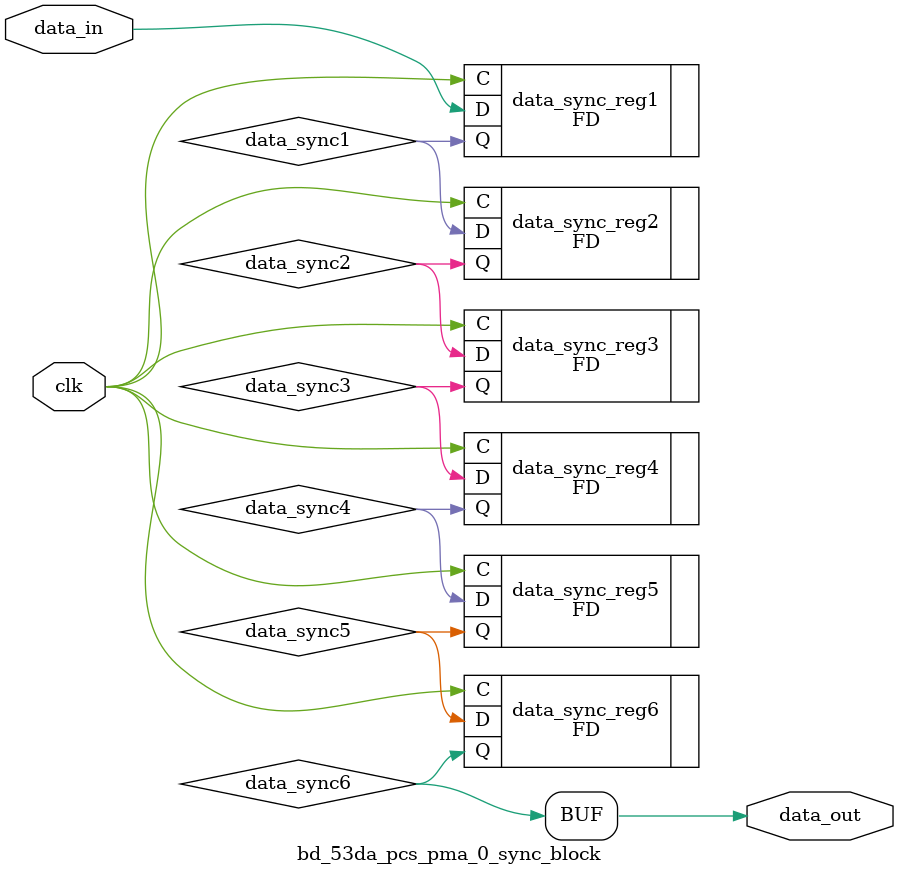
<source format=v>

`timescale 1ps / 1ps

module bd_53da_pcs_pma_0_sync_block #(
  parameter INITIALISE = 2'b00
)
(
  input        clk,              // clock to be sync'ed to
  input        data_in,          // Data to be 'synced'
  output       data_out          // synced data
);

  // Internal Signals
  wire data_sync1;
  wire data_sync2;
  wire data_sync3;
  wire data_sync4;
  wire data_sync5;
  wire data_sync6;


  (* shreg_extract = "no", ASYNC_REG = "TRUE" *)
  FD #(
    .INIT (INITIALISE[0])
  ) data_sync_reg1 (
    .C  (clk),
    .D  (data_in),
    .Q  (data_sync1)
  );


  (* shreg_extract = "no", ASYNC_REG = "TRUE" *)
  FD #(
   .INIT (INITIALISE[1])
  ) data_sync_reg2 (
  .C  (clk),
  .D  (data_sync1),
  .Q  (data_sync2)
  );


  (* shreg_extract = "no", ASYNC_REG = "TRUE" *)
  FD #(
   .INIT (INITIALISE[1])
  ) data_sync_reg3 (
  .C  (clk),
  .D  (data_sync2),
  .Q  (data_sync3)
  );

  (* shreg_extract = "no", ASYNC_REG = "TRUE" *)
  FD #(
   .INIT (INITIALISE[1])
  ) data_sync_reg4 (
  .C  (clk),
  .D  (data_sync3),
  .Q  (data_sync4)
  );

  (* shreg_extract = "no", ASYNC_REG = "TRUE" *)
  FD #(
   .INIT (INITIALISE[1])
  ) data_sync_reg5 (
  .C  (clk),
  .D  (data_sync4),
  .Q  (data_sync5)
  );

  (* shreg_extract = "no", ASYNC_REG = "TRUE" *)
  FD #(
   .INIT (INITIALISE[1])
  ) data_sync_reg6 (
  .C  (clk),
  .D  (data_sync5),
  .Q  (data_sync6)
  );
  assign data_out = data_sync6;


endmodule



</source>
